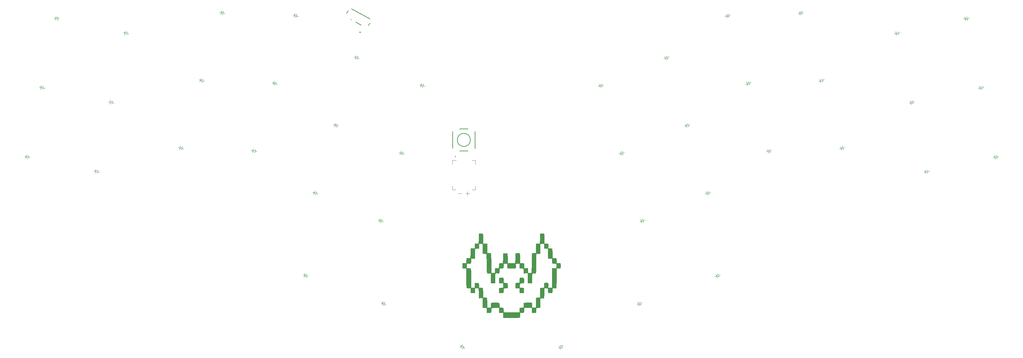
<source format=gbr>
%TF.GenerationSoftware,KiCad,Pcbnew,8.0.6*%
%TF.CreationDate,2025-05-18T12:51:04+02:00*%
%TF.ProjectId,main,6d61696e-2e6b-4696-9361-645f70636258,v1.0.0*%
%TF.SameCoordinates,Original*%
%TF.FileFunction,Legend,Top*%
%TF.FilePolarity,Positive*%
%FSLAX46Y46*%
G04 Gerber Fmt 4.6, Leading zero omitted, Abs format (unit mm)*
G04 Created by KiCad (PCBNEW 8.0.6) date 2025-05-18 12:51:04*
%MOMM*%
%LPD*%
G01*
G04 APERTURE LIST*
%ADD10C,0.100000*%
%ADD11C,0.127000*%
%ADD12C,0.200000*%
%ADD13C,0.120000*%
%ADD14C,0.000000*%
G04 APERTURE END LIST*
D10*
%TO.C,D16*%
X154478854Y-142495483D02*
X154861376Y-142612432D01*
X154861376Y-142612432D02*
X154700572Y-143138400D01*
X154861376Y-142612432D02*
X155022181Y-142086464D01*
X154861376Y-142612432D02*
X155552108Y-142405333D01*
X155318211Y-143170377D02*
X154861376Y-142612432D01*
X155435159Y-142787855D02*
X155913312Y-142934041D01*
X155552108Y-142405333D02*
X155318211Y-143170377D01*
%TO.C,D2*%
X63545321Y-106789540D02*
X63936580Y-106872705D01*
X63936580Y-106872705D02*
X63822229Y-107410686D01*
X63936580Y-106872705D02*
X64050932Y-106334724D01*
X63936580Y-106872705D02*
X64606634Y-106606193D01*
X64440304Y-107388711D02*
X63936580Y-106872705D01*
X64523469Y-106997452D02*
X65012543Y-107101408D01*
X64606634Y-106606193D02*
X64440304Y-107388711D01*
%TO.C,D33*%
X247581919Y-87833898D02*
X247964441Y-87716949D01*
X247964441Y-87716949D02*
X247803637Y-87190981D01*
X247964441Y-87716949D02*
X248125246Y-88242917D01*
X247964441Y-87716949D02*
X248421276Y-87159004D01*
X248421276Y-87159004D02*
X248655173Y-87924048D01*
X248538224Y-87541526D02*
X249016377Y-87395340D01*
X248655173Y-87924048D02*
X247964441Y-87716949D01*
%TO.C,D42*%
X202920455Y-177049402D02*
X203239910Y-176808676D01*
X203239910Y-176808676D02*
X202908911Y-176369427D01*
X203239910Y-176808676D02*
X203478365Y-176128133D01*
X203239910Y-176808676D02*
X203570908Y-177247926D01*
X203478365Y-176128133D02*
X203959817Y-176767041D01*
X203719091Y-176447587D02*
X204118409Y-176146680D01*
X203959817Y-176767041D02*
X203239910Y-176808676D01*
D11*
%TO.C,REF\u002A\u002A*%
X174505000Y-123200000D02*
X174505000Y-118700000D01*
X176350000Y-118000000D02*
X178650000Y-118000000D01*
X176350000Y-123995000D02*
X178650000Y-123995000D01*
X180495000Y-118700000D02*
X180495000Y-123300000D01*
D12*
X175350000Y-125445000D02*
G75*
G02*
X175150000Y-125445000I-100000J0D01*
G01*
X175150000Y-125445000D02*
G75*
G02*
X175350000Y-125445000I100000J0D01*
G01*
D11*
X179255000Y-121000000D02*
G75*
G02*
X175745000Y-121000000I-1755000J0D01*
G01*
X175745000Y-121000000D02*
G75*
G02*
X179255000Y-121000000I1755000J0D01*
G01*
X146442323Y-86316318D02*
X146073868Y-86981030D01*
X147315858Y-88721361D02*
X147175920Y-88643793D01*
X147343149Y-85763769D02*
X152293497Y-88507792D01*
X149939717Y-90175792D02*
X148487849Y-89371008D01*
X152302274Y-89564542D02*
X151933819Y-90229254D01*
D12*
X149753056Y-92074929D02*
G75*
G02*
X149553056Y-92074929I-100000J0D01*
G01*
X149553056Y-92074929D02*
G75*
G02*
X149753056Y-92074929I100000J0D01*
G01*
D10*
%TO.C,D1*%
X59594998Y-125374344D02*
X59986257Y-125457509D01*
X59986257Y-125457509D02*
X59871906Y-125995490D01*
X59986257Y-125457509D02*
X60100609Y-124919528D01*
X59986257Y-125457509D02*
X60656311Y-125190997D01*
X60489981Y-125973515D02*
X59986257Y-125457509D01*
X60573146Y-125582256D02*
X61062220Y-125686212D01*
X60656311Y-125190997D02*
X60489981Y-125973515D01*
%TO.C,D21*%
X176486340Y-176146680D02*
X176805795Y-176387406D01*
X176805795Y-176387406D02*
X176474796Y-176826655D01*
X176805795Y-176387406D02*
X177136793Y-175948156D01*
X176805795Y-176387406D02*
X177525702Y-176429041D01*
X177044250Y-177067949D02*
X176805795Y-176387406D01*
X177284976Y-176748495D02*
X177684294Y-177049402D01*
X177525702Y-176429041D02*
X177044250Y-177067949D01*
%TO.C,D38*%
X219136375Y-124764251D02*
X219518897Y-124647302D01*
X219518897Y-124647302D02*
X219358093Y-124121334D01*
X219518897Y-124647302D02*
X219679702Y-125173270D01*
X219518897Y-124647302D02*
X219975732Y-124089357D01*
X219975732Y-124089357D02*
X220209629Y-124854401D01*
X220092680Y-124471879D02*
X220570833Y-124325693D01*
X220209629Y-124854401D02*
X219518897Y-124647302D01*
%TO.C,D8*%
X106401660Y-104791591D02*
X106784182Y-104908540D01*
X106784182Y-104908540D02*
X106623378Y-105434508D01*
X106784182Y-104908540D02*
X106944987Y-104382572D01*
X106784182Y-104908540D02*
X107474914Y-104701441D01*
X107241017Y-105466485D02*
X106784182Y-104908540D01*
X107357965Y-105083963D02*
X107836118Y-105230149D01*
X107474914Y-104701441D02*
X107241017Y-105466485D01*
%TO.C,D27*%
X293057080Y-92466925D02*
X293448339Y-92383760D01*
X293448339Y-92383760D02*
X293333988Y-91845779D01*
X293448339Y-92383760D02*
X293562691Y-92921741D01*
X293448339Y-92383760D02*
X293952063Y-91867754D01*
X293952063Y-91867754D02*
X294118393Y-92650272D01*
X294035228Y-92259013D02*
X294524302Y-92155057D01*
X294118393Y-92650272D02*
X293448339Y-92383760D01*
%TO.C,D13*%
X136893807Y-135027811D02*
X137276329Y-135144760D01*
X137276329Y-135144760D02*
X137115525Y-135670728D01*
X137276329Y-135144760D02*
X137437134Y-134618792D01*
X137276329Y-135144760D02*
X137967061Y-134937661D01*
X137733164Y-135702705D02*
X137276329Y-135144760D01*
X137850112Y-135320183D02*
X138328265Y-135466369D01*
X137967061Y-134937661D02*
X137733164Y-135702705D01*
%TO.C,D30*%
X267213568Y-87060359D02*
X267596090Y-86943410D01*
X267596090Y-86943410D02*
X267435286Y-86417442D01*
X267596090Y-86943410D02*
X267756895Y-87469378D01*
X267596090Y-86943410D02*
X268052925Y-86385465D01*
X268052925Y-86385465D02*
X268286822Y-87150509D01*
X268169873Y-86767987D02*
X268648026Y-86621801D01*
X268286822Y-87150509D02*
X267596090Y-86943410D01*
%TO.C,D31*%
X258692044Y-124173479D02*
X259074566Y-124056530D01*
X259074566Y-124056530D02*
X258913762Y-123530562D01*
X259074566Y-124056530D02*
X259235371Y-124582498D01*
X259074566Y-124056530D02*
X259531401Y-123498585D01*
X259531401Y-123498585D02*
X259765298Y-124263629D01*
X259648349Y-123881107D02*
X260126502Y-123734921D01*
X259765298Y-124263629D02*
X259074566Y-124056530D01*
%TO.C,D26*%
X297007402Y-111051730D02*
X297398661Y-110968565D01*
X297398661Y-110968565D02*
X297284310Y-110430584D01*
X297398661Y-110968565D02*
X297513013Y-111506546D01*
X297398661Y-110968565D02*
X297902385Y-110452559D01*
X297902385Y-110452559D02*
X298068715Y-111235077D01*
X297985550Y-110843818D02*
X298474624Y-110739862D01*
X298068715Y-111235077D02*
X297398661Y-110968565D01*
%TO.C,D20*%
X155250143Y-164694200D02*
X155621017Y-164844043D01*
X155621017Y-164844043D02*
X155414983Y-165353994D01*
X155621017Y-164844043D02*
X155827050Y-164334092D01*
X155621017Y-164844043D02*
X156327170Y-164697933D01*
X156027484Y-165439680D02*
X155621017Y-164844043D01*
X156177327Y-165068807D02*
X156640919Y-165256110D01*
X156327170Y-164697933D02*
X156027484Y-165439680D01*
D13*
%TO.C,JST1*%
X174440000Y-126540000D02*
X174440000Y-127540000D01*
X174440000Y-134360000D02*
X174440000Y-133360000D01*
X175360000Y-134360000D02*
X174440000Y-134360000D01*
X175440000Y-126540000D02*
X174440000Y-126540000D01*
D10*
X176000000Y-135400000D02*
X177000000Y-135400000D01*
X178500000Y-134900000D02*
X178500000Y-135900000D01*
X179000000Y-135400000D02*
X178000000Y-135400000D01*
D13*
X179640000Y-126540000D02*
X180560000Y-126540000D01*
X179640000Y-134360000D02*
X180560000Y-134360000D01*
X180560000Y-126540000D02*
X180560000Y-127540000D01*
X180560000Y-134360000D02*
X180560000Y-133360000D01*
D10*
%TO.C,D29*%
X272768631Y-105230149D02*
X273151153Y-105113200D01*
X273151153Y-105113200D02*
X272990349Y-104587232D01*
X273151153Y-105113200D02*
X273311958Y-105639168D01*
X273151153Y-105113200D02*
X273607988Y-104555255D01*
X273607988Y-104555255D02*
X273841885Y-105320299D01*
X273724936Y-104937777D02*
X274203089Y-104791591D01*
X273841885Y-105320299D02*
X273151153Y-105113200D01*
%TO.C,D4*%
X78179803Y-129324666D02*
X78571062Y-129407831D01*
X78571062Y-129407831D02*
X78456711Y-129945812D01*
X78571062Y-129407831D02*
X78685414Y-128869850D01*
X78571062Y-129407831D02*
X79241116Y-129141319D01*
X79074786Y-129923837D02*
X78571062Y-129407831D01*
X79157951Y-129532578D02*
X79647025Y-129636534D01*
X79241116Y-129141319D02*
X79074786Y-129923837D01*
%TO.C,D7*%
X100846598Y-122961382D02*
X101229120Y-123078331D01*
X101229120Y-123078331D02*
X101068316Y-123604299D01*
X101229120Y-123078331D02*
X101389925Y-122552363D01*
X101229120Y-123078331D02*
X101919852Y-122871232D01*
X101685955Y-123636276D02*
X101229120Y-123078331D01*
X101802903Y-123253754D02*
X102281056Y-123399940D01*
X101919852Y-122871232D02*
X101685955Y-123636276D01*
%TO.C,D28*%
X278323693Y-123399940D02*
X278706215Y-123282991D01*
X278706215Y-123282991D02*
X278545411Y-122757023D01*
X278706215Y-123282991D02*
X278867020Y-123808959D01*
X278706215Y-123282991D02*
X279163050Y-122725046D01*
X279163050Y-122725046D02*
X279396947Y-123490090D01*
X279279998Y-123107568D02*
X279758151Y-122961382D01*
X279396947Y-123490090D02*
X278706215Y-123282991D01*
%TO.C,D25*%
X300957724Y-129636534D02*
X301348983Y-129553369D01*
X301348983Y-129553369D02*
X301234632Y-129015388D01*
X301348983Y-129553369D02*
X301463335Y-130091350D01*
X301348983Y-129553369D02*
X301852707Y-129037363D01*
X301852707Y-129037363D02*
X302019037Y-129819881D01*
X301935872Y-129428622D02*
X302424946Y-129324666D01*
X302019037Y-129819881D02*
X301348983Y-129553369D01*
%TO.C,D17*%
X160033916Y-124325693D02*
X160416438Y-124442642D01*
X160416438Y-124442642D02*
X160255634Y-124968610D01*
X160416438Y-124442642D02*
X160577243Y-123916674D01*
X160416438Y-124442642D02*
X161107170Y-124235543D01*
X160873273Y-125000587D02*
X160416438Y-124442642D01*
X160990221Y-124618065D02*
X161468374Y-124764251D01*
X161107170Y-124235543D02*
X160873273Y-125000587D01*
%TO.C,D40*%
X244883442Y-157674561D02*
X245265964Y-157557612D01*
X245265964Y-157557612D02*
X245105160Y-157031644D01*
X245265964Y-157557612D02*
X245426769Y-158083580D01*
X245265964Y-157557612D02*
X245722799Y-156999667D01*
X245722799Y-156999667D02*
X245956696Y-157764711D01*
X245839747Y-157382189D02*
X246317900Y-157236003D01*
X245956696Y-157764711D02*
X245265964Y-157557612D01*
%TO.C,D11*%
X126033309Y-105565130D02*
X126415831Y-105682079D01*
X126415831Y-105682079D02*
X126255027Y-106208047D01*
X126415831Y-105682079D02*
X126576636Y-105156111D01*
X126415831Y-105682079D02*
X127106563Y-105474980D01*
X126872666Y-106240024D02*
X126415831Y-105682079D01*
X126989614Y-105857502D02*
X127467767Y-106003688D01*
X127106563Y-105474980D02*
X126872666Y-106240024D01*
%TO.C,D41*%
X223963830Y-165256110D02*
X224334704Y-165106267D01*
X224334704Y-165106267D02*
X224128670Y-164596316D01*
X224334704Y-165106267D02*
X224540737Y-165616218D01*
X224334704Y-165106267D02*
X224741171Y-164510630D01*
X224741171Y-164510630D02*
X225040857Y-165252377D01*
X224891014Y-164881503D02*
X225354606Y-164694200D01*
X225040857Y-165252377D02*
X224334704Y-165106267D01*
%TO.C,D23*%
X315592206Y-107101408D02*
X315983465Y-107018243D01*
X315983465Y-107018243D02*
X315869114Y-106480262D01*
X315983465Y-107018243D02*
X316097817Y-107556224D01*
X315983465Y-107018243D02*
X316487189Y-106502237D01*
X316487189Y-106502237D02*
X316653519Y-107284755D01*
X316570354Y-106893496D02*
X317059428Y-106789540D01*
X316653519Y-107284755D02*
X315983465Y-107018243D01*
%TO.C,D18*%
X165588978Y-106155903D02*
X165971500Y-106272852D01*
X165971500Y-106272852D02*
X165810696Y-106798820D01*
X165971500Y-106272852D02*
X166132305Y-105746884D01*
X165971500Y-106272852D02*
X166662232Y-106065753D01*
X166428335Y-106830797D02*
X165971500Y-106272852D01*
X166545283Y-106448275D02*
X167023436Y-106594461D01*
X166662232Y-106065753D02*
X166428335Y-106830797D01*
%TO.C,D39*%
X213581312Y-106594461D02*
X213963834Y-106477512D01*
X213963834Y-106477512D02*
X213803030Y-105951544D01*
X213963834Y-106477512D02*
X214124639Y-107003480D01*
X213963834Y-106477512D02*
X214420669Y-105919567D01*
X214420669Y-105919567D02*
X214654566Y-106684611D01*
X214537617Y-106302089D02*
X215015770Y-106155903D01*
X214654566Y-106684611D02*
X213963834Y-106477512D01*
%TO.C,D24*%
X311641884Y-88516603D02*
X312033143Y-88433438D01*
X312033143Y-88433438D02*
X311918792Y-87895457D01*
X312033143Y-88433438D02*
X312147495Y-88971419D01*
X312033143Y-88433438D02*
X312536867Y-87917432D01*
X312536867Y-87917432D02*
X312703197Y-88699950D01*
X312620032Y-88308691D02*
X313109106Y-88204735D01*
X312703197Y-88699950D02*
X312033143Y-88433438D01*
%TO.C,D15*%
X148003931Y-98688231D02*
X148386453Y-98805180D01*
X148386453Y-98805180D02*
X148225649Y-99331148D01*
X148386453Y-98805180D02*
X148547258Y-98279212D01*
X148386453Y-98805180D02*
X149077185Y-98598081D01*
X148843288Y-99363125D02*
X148386453Y-98805180D01*
X148960236Y-98980603D02*
X149438389Y-99126789D01*
X149077185Y-98598081D02*
X148843288Y-99363125D01*
%TO.C,D19*%
X134286848Y-157236003D02*
X134669370Y-157352952D01*
X134669370Y-157352952D02*
X134508566Y-157878920D01*
X134669370Y-157352952D02*
X134830175Y-156826984D01*
X134669370Y-157352952D02*
X135360102Y-157145853D01*
X135126205Y-157910897D02*
X134669370Y-157352952D01*
X135243153Y-157528375D02*
X135721306Y-157674561D01*
X135360102Y-157145853D02*
X135126205Y-157910897D01*
%TO.C,D37*%
X224691437Y-142934041D02*
X225073959Y-142817092D01*
X225073959Y-142817092D02*
X224913155Y-142291124D01*
X225073959Y-142817092D02*
X225234764Y-143343060D01*
X225073959Y-142817092D02*
X225530794Y-142259147D01*
X225530794Y-142259147D02*
X225764691Y-143024191D01*
X225647742Y-142641669D02*
X226125895Y-142495483D01*
X225764691Y-143024191D02*
X225073959Y-142817092D01*
D14*
%TO.C,G\u002A\u002A\u002A*%
G36*
X188025687Y-158039033D02*
G01*
X188135895Y-158122248D01*
X188193222Y-158295171D01*
X188220509Y-158586897D01*
X188234540Y-158890580D01*
X188256333Y-159392160D01*
X188764333Y-159398580D01*
X189272333Y-159405000D01*
X189296884Y-160101037D01*
X189306639Y-160460765D01*
X189284128Y-160686021D01*
X189198082Y-160811093D01*
X189017230Y-160870268D01*
X188710302Y-160897835D01*
X188562141Y-160906672D01*
X188190616Y-160929000D01*
X188181141Y-161521667D01*
X188171667Y-162114333D01*
X187554348Y-162139279D01*
X186937029Y-162164226D01*
X186961681Y-161461946D01*
X186986333Y-160759667D01*
X187515500Y-160734460D01*
X188044667Y-160709253D01*
X188044667Y-160120626D01*
X188044667Y-159532000D01*
X187491037Y-159532000D01*
X186937407Y-159532000D01*
X186961870Y-158791167D01*
X186986333Y-158050333D01*
X187555264Y-158025357D01*
X187839756Y-158016433D01*
X188025687Y-158039033D01*
G37*
G36*
X193352714Y-158022183D02*
G01*
X193552990Y-158084589D01*
X193662426Y-158225004D01*
X193703925Y-158473212D01*
X193700393Y-158858999D01*
X193700034Y-158868002D01*
X193675000Y-159489667D01*
X193128499Y-159532000D01*
X192581999Y-159574333D01*
X192576348Y-160142406D01*
X192570698Y-160710478D01*
X193122849Y-160735072D01*
X193675000Y-160759667D01*
X193675000Y-161437000D01*
X193675000Y-162114333D01*
X193061167Y-162139209D01*
X192447333Y-162164085D01*
X192447333Y-161529416D01*
X192447333Y-160894747D01*
X191918167Y-160869540D01*
X191389000Y-160844333D01*
X191364449Y-160148296D01*
X191354616Y-159806132D01*
X191361064Y-159596389D01*
X191393207Y-159482294D01*
X191460455Y-159427076D01*
X191556513Y-159397891D01*
X191814530Y-159371724D01*
X191999031Y-159386708D01*
X192223660Y-159410196D01*
X192358632Y-159356190D01*
X192425729Y-159196681D01*
X192446732Y-158903659D01*
X192447333Y-158810199D01*
X192453397Y-158437979D01*
X192487161Y-158203348D01*
X192571987Y-158074615D01*
X192731235Y-158020093D01*
X192988264Y-158008092D01*
X193038691Y-158008000D01*
X193352714Y-158022183D01*
G37*
G36*
X182047984Y-146133243D02*
G01*
X182327643Y-146144478D01*
X182541189Y-146169865D01*
X182619484Y-146192973D01*
X182658606Y-146303368D01*
X182687226Y-146574220D01*
X182704771Y-146996943D01*
X182710667Y-147556663D01*
X182710667Y-148864000D01*
X183261000Y-148864000D01*
X183811333Y-148864000D01*
X183811333Y-150129960D01*
X183811333Y-151395920D01*
X184340500Y-151421126D01*
X184869667Y-151446333D01*
X184892035Y-154088958D01*
X184914403Y-156731583D01*
X185378868Y-156726035D01*
X185664310Y-156705859D01*
X185826931Y-156657689D01*
X185853072Y-156623410D01*
X185855566Y-156492033D01*
X185852225Y-156248501D01*
X185845362Y-155997167D01*
X185845937Y-155684888D01*
X185876584Y-155514008D01*
X185941457Y-155458551D01*
X186088703Y-155450782D01*
X186334767Y-155441702D01*
X186478333Y-155437385D01*
X186901667Y-155425667D01*
X186944000Y-154790667D01*
X186986333Y-154155667D01*
X187494333Y-154113333D01*
X188002333Y-154071000D01*
X188044667Y-152758667D01*
X188087000Y-151446333D01*
X188679667Y-151446333D01*
X189272333Y-151446333D01*
X189295663Y-152782501D01*
X189318993Y-154118670D01*
X190311663Y-154094835D01*
X191304333Y-154071000D01*
X191346667Y-152758667D01*
X191389000Y-151446333D01*
X191931624Y-151420777D01*
X192282430Y-151419868D01*
X192485124Y-151459250D01*
X192544160Y-151505444D01*
X192568895Y-151625604D01*
X192589966Y-151882170D01*
X192605662Y-152242225D01*
X192614270Y-152672854D01*
X192615370Y-152874984D01*
X192616667Y-154134302D01*
X193083661Y-154095575D01*
X193391115Y-154085607D01*
X193582343Y-154136488D01*
X193681233Y-154276470D01*
X193711673Y-154533803D01*
X193703550Y-154828675D01*
X193694278Y-155151462D01*
X193730151Y-155341864D01*
X193844678Y-155434807D01*
X194071366Y-155465217D01*
X194316925Y-155468000D01*
X194733333Y-155468000D01*
X194733333Y-156103508D01*
X194733333Y-156739016D01*
X195220167Y-156717341D01*
X195707000Y-156695667D01*
X195749333Y-154071000D01*
X195791667Y-151446333D01*
X196320833Y-151421126D01*
X196850000Y-151395920D01*
X196850000Y-150129960D01*
X196853760Y-149609789D01*
X196866050Y-149240563D01*
X196888384Y-149004039D01*
X196922276Y-148881975D01*
X196955833Y-148854596D01*
X197098125Y-148846864D01*
X197340693Y-148837797D01*
X197485000Y-148833430D01*
X197908333Y-148821667D01*
X197931650Y-147488166D01*
X197945340Y-146992278D01*
X197966515Y-146591126D01*
X197993444Y-146306653D01*
X198024396Y-146160805D01*
X198037483Y-146146200D01*
X198164938Y-146141276D01*
X198396992Y-146138223D01*
X198543333Y-146137733D01*
X198804999Y-146139323D01*
X198997099Y-146143368D01*
X199049183Y-146146200D01*
X199081258Y-146230608D01*
X199109999Y-146462397D01*
X199133678Y-146819623D01*
X199150562Y-147280341D01*
X199155017Y-147488166D01*
X199178333Y-148821667D01*
X199603856Y-148826108D01*
X199924087Y-148840795D01*
X200115504Y-148899208D01*
X200207916Y-149035233D01*
X200231130Y-149282757D01*
X200222723Y-149529628D01*
X200194333Y-150091667D01*
X200744667Y-150134000D01*
X201295000Y-150176333D01*
X201337333Y-151446333D01*
X201379667Y-152716333D01*
X201803000Y-152718991D01*
X202070575Y-152733051D01*
X202274137Y-152765801D01*
X202332167Y-152787488D01*
X202396083Y-152918472D01*
X202431137Y-153210075D01*
X202438000Y-153493814D01*
X202438000Y-154134302D01*
X202904994Y-154095575D01*
X203251463Y-154090194D01*
X203440694Y-154144404D01*
X203459194Y-154161926D01*
X203498714Y-154293819D01*
X203521285Y-154543001D01*
X203522496Y-154857891D01*
X203521367Y-154888668D01*
X203496333Y-155510333D01*
X202988333Y-155512035D01*
X202480333Y-155513736D01*
X202438000Y-158179035D01*
X202395667Y-160844333D01*
X201870129Y-160869446D01*
X201344592Y-160894558D01*
X201319796Y-161504446D01*
X201295000Y-162114333D01*
X200730383Y-162139211D01*
X200409623Y-162145031D01*
X200214729Y-162106749D01*
X200117289Y-161992727D01*
X200088889Y-161771326D01*
X200099756Y-161437000D01*
X200107117Y-161174686D01*
X200101310Y-160980822D01*
X200092974Y-160927443D01*
X199999581Y-160881491D01*
X199791048Y-160856750D01*
X199621300Y-160855833D01*
X199178333Y-160870446D01*
X199136000Y-162212056D01*
X199093667Y-163553667D01*
X198585667Y-163553667D01*
X198077667Y-163553667D01*
X198073533Y-164823667D01*
X198069399Y-166093667D01*
X197523199Y-166136000D01*
X196977000Y-166178333D01*
X196977000Y-166728667D01*
X196966980Y-167029836D01*
X196940858Y-167269152D01*
X196908503Y-167384833D01*
X196778447Y-167449467D01*
X196505104Y-167485017D01*
X196294670Y-167490667D01*
X195749333Y-167490667D01*
X195749333Y-166813333D01*
X195749333Y-166136000D01*
X194733333Y-166136000D01*
X193717333Y-166136000D01*
X193717333Y-166711733D01*
X193702481Y-167040592D01*
X193662532Y-167284540D01*
X193615733Y-167389066D01*
X193477771Y-167446849D01*
X193235823Y-167483653D01*
X193065400Y-167490667D01*
X192616667Y-167490667D01*
X192616667Y-168034075D01*
X192619882Y-168276637D01*
X192617087Y-168465630D01*
X192589625Y-168607691D01*
X192518834Y-168709457D01*
X192386055Y-168777563D01*
X192172630Y-168818648D01*
X191859899Y-168839346D01*
X191429202Y-168846295D01*
X190861880Y-168846132D01*
X190335719Y-168845333D01*
X189744688Y-168843224D01*
X189210217Y-168837285D01*
X188755432Y-168828102D01*
X188403458Y-168816257D01*
X188177423Y-168802335D01*
X188101111Y-168788889D01*
X188073528Y-168682117D01*
X188053421Y-168453305D01*
X188044752Y-168149710D01*
X188044667Y-168115595D01*
X188044667Y-167498747D01*
X187515500Y-167473540D01*
X186986333Y-167448333D01*
X186961557Y-166789511D01*
X186936781Y-166130688D01*
X185945557Y-166154511D01*
X184954333Y-166178333D01*
X184912000Y-166813333D01*
X184869667Y-167448333D01*
X184277000Y-167448333D01*
X183684333Y-167448333D01*
X183680432Y-166813333D01*
X183676531Y-166178333D01*
X183108932Y-166153298D01*
X182541333Y-166128263D01*
X182541333Y-164824462D01*
X182541333Y-163520661D01*
X182054500Y-163537164D01*
X181567667Y-163553667D01*
X181525333Y-162201590D01*
X181483000Y-160849513D01*
X181017333Y-160857963D01*
X180551667Y-160866413D01*
X180526870Y-161515325D01*
X180502074Y-162164238D01*
X179934204Y-162139286D01*
X179366333Y-162114333D01*
X179341457Y-161500500D01*
X179316581Y-160886667D01*
X178822658Y-160886667D01*
X178507498Y-160867768D01*
X178295225Y-160816334D01*
X178239194Y-160778778D01*
X178209834Y-160654729D01*
X178187561Y-160362565D01*
X178172404Y-159903357D01*
X178164393Y-159278176D01*
X178163558Y-158488093D01*
X178165327Y-158111756D01*
X178167489Y-157304472D01*
X178163309Y-156642667D01*
X178152923Y-156131446D01*
X178136469Y-155775916D01*
X178114084Y-155581182D01*
X178096333Y-155543241D01*
X177967541Y-155535573D01*
X177734561Y-155526565D01*
X177588333Y-155522096D01*
X177165000Y-155510333D01*
X177140476Y-154815960D01*
X177121641Y-154282667D01*
X178325941Y-154282667D01*
X178339118Y-154854167D01*
X178352295Y-155425667D01*
X178786738Y-155434292D01*
X178983304Y-155434895D01*
X179139655Y-155439616D01*
X179260331Y-155465818D01*
X179349872Y-155530866D01*
X179412817Y-155652125D01*
X179453706Y-155846957D01*
X179477080Y-156132726D01*
X179487476Y-156526798D01*
X179489436Y-157046536D01*
X179487499Y-157709303D01*
X179486468Y-158110721D01*
X179481976Y-160675000D01*
X179949686Y-160700283D01*
X180417395Y-160725567D01*
X180442198Y-160065283D01*
X180467000Y-159405000D01*
X181017333Y-159405000D01*
X181567667Y-159405000D01*
X181592324Y-160057217D01*
X181616981Y-160709434D01*
X182142657Y-160734550D01*
X182668333Y-160759667D01*
X182691684Y-162046850D01*
X182715034Y-163334033D01*
X183242017Y-163359183D01*
X183769000Y-163384333D01*
X183792316Y-164717833D01*
X183815633Y-166051333D01*
X184279150Y-166051333D01*
X184742667Y-166051333D01*
X184742667Y-165469033D01*
X184760989Y-165080028D01*
X184816837Y-164848814D01*
X184860405Y-164789020D01*
X185013684Y-164741373D01*
X185332914Y-164715558D01*
X185818942Y-164711523D01*
X186024571Y-164715153D01*
X187071000Y-164739000D01*
X187095657Y-165391217D01*
X187120314Y-166043434D01*
X187645990Y-166068550D01*
X188171667Y-166093667D01*
X188196542Y-166707500D01*
X188221418Y-167321333D01*
X190330667Y-167321333D01*
X192439915Y-167321333D01*
X192464791Y-166707500D01*
X192489667Y-166093667D01*
X193015343Y-166068550D01*
X193541019Y-166043434D01*
X193565676Y-165391217D01*
X193590333Y-164739000D01*
X194712167Y-164715376D01*
X195191515Y-164709148D01*
X195523022Y-164715117D01*
X195727846Y-164734864D01*
X195827147Y-164769972D01*
X195844989Y-164800042D01*
X195852188Y-164936897D01*
X195860047Y-165186176D01*
X195866156Y-165458667D01*
X195876333Y-166009000D01*
X196360995Y-166034327D01*
X196845658Y-166059654D01*
X196868995Y-164721994D01*
X196892333Y-163384333D01*
X197419316Y-163359183D01*
X197946299Y-163334033D01*
X197969649Y-162046850D01*
X197993000Y-160759667D01*
X198518676Y-160734550D01*
X199044352Y-160709434D01*
X199069009Y-160057217D01*
X199093667Y-159405000D01*
X199558310Y-159390184D01*
X199891751Y-159395259D01*
X200096366Y-159456649D01*
X200199749Y-159604665D01*
X200229497Y-159869614D01*
X200222383Y-160119579D01*
X200194333Y-160675000D01*
X200681167Y-160700392D01*
X201168000Y-160725784D01*
X201168000Y-158100760D01*
X201168000Y-155475737D01*
X201739500Y-155450702D01*
X202311000Y-155425667D01*
X202336080Y-154854167D01*
X202361160Y-154282667D01*
X201866180Y-154282667D01*
X201580355Y-154266195D01*
X201358034Y-154223650D01*
X201269600Y-154181067D01*
X201214187Y-154041493D01*
X201178187Y-153779116D01*
X201168000Y-153503733D01*
X201168000Y-152928000D01*
X200669178Y-152928000D01*
X200388699Y-152922609D01*
X200232274Y-152893841D01*
X200154687Y-152822806D01*
X200111859Y-152695167D01*
X200090019Y-152519828D01*
X200074714Y-152218704D01*
X200067431Y-151835266D01*
X200069109Y-151446333D01*
X200074561Y-151040135D01*
X200077683Y-150690550D01*
X200078240Y-150435474D01*
X200076095Y-150314016D01*
X200027774Y-150247493D01*
X199875323Y-150223692D01*
X199598071Y-150236613D01*
X199298239Y-150244362D01*
X199111647Y-150212799D01*
X199072359Y-150184190D01*
X199046930Y-150057816D01*
X199035150Y-149815683D01*
X199039265Y-149520759D01*
X199062622Y-148948667D01*
X198551248Y-148948667D01*
X198039874Y-148948667D01*
X198063811Y-150155167D01*
X198067662Y-150600558D01*
X198061772Y-150993369D01*
X198047351Y-151298542D01*
X198025608Y-151481022D01*
X198017095Y-151508212D01*
X197944201Y-151593205D01*
X197804671Y-151626780D01*
X197552724Y-151618057D01*
X197492444Y-151612750D01*
X197214062Y-151597841D01*
X197060302Y-151623734D01*
X196989757Y-151697956D01*
X196987070Y-151704622D01*
X196974164Y-151821001D01*
X196962931Y-152084134D01*
X196953755Y-152471446D01*
X196947024Y-152960363D01*
X196943121Y-153528311D01*
X196942433Y-154152714D01*
X196942764Y-154299734D01*
X196944787Y-155038538D01*
X196943734Y-155624959D01*
X196935994Y-156075951D01*
X196917954Y-156408463D01*
X196886002Y-156639446D01*
X196836526Y-156785853D01*
X196765914Y-156864633D01*
X196670554Y-156892737D01*
X196546834Y-156887118D01*
X196396037Y-156865439D01*
X196194405Y-156843894D01*
X196047773Y-156861675D01*
X195947410Y-156940643D01*
X195884583Y-157102654D01*
X195850561Y-157369566D01*
X195836612Y-157763239D01*
X195834000Y-158272367D01*
X195834000Y-159532000D01*
X195241333Y-159532000D01*
X194648667Y-159532000D01*
X194648667Y-158179968D01*
X194648667Y-156827937D01*
X194119500Y-156846468D01*
X193590333Y-156865000D01*
X193548000Y-156196081D01*
X193505667Y-155527161D01*
X192997667Y-155518747D01*
X192489667Y-155510333D01*
X192464708Y-154892388D01*
X192439749Y-154274442D01*
X191956708Y-154299721D01*
X191473667Y-154325000D01*
X191494657Y-154870445D01*
X191490365Y-155239765D01*
X191442758Y-155445459D01*
X191409990Y-155482982D01*
X191284629Y-155510177D01*
X191032857Y-155530699D01*
X190697482Y-155544181D01*
X190321310Y-155550256D01*
X189947145Y-155548556D01*
X189617795Y-155538713D01*
X189376066Y-155520361D01*
X189279258Y-155501275D01*
X189205825Y-155434477D01*
X189163989Y-155281706D01*
X189146839Y-155009021D01*
X189145333Y-154843500D01*
X189145333Y-154237118D01*
X188700833Y-154251644D01*
X188256333Y-154266171D01*
X188230869Y-154843578D01*
X188203287Y-155155525D01*
X188156321Y-155386760D01*
X188103869Y-155488477D01*
X187958498Y-155529677D01*
X187725629Y-155547078D01*
X187663667Y-155546466D01*
X187420055Y-155542200D01*
X187242815Y-155543591D01*
X187219167Y-155544815D01*
X187156427Y-155617450D01*
X187122056Y-155832831D01*
X187113333Y-156134966D01*
X187097984Y-156509406D01*
X187038444Y-156741287D01*
X186914469Y-156855682D01*
X186705818Y-156877662D01*
X186530588Y-156856766D01*
X186316092Y-156830294D01*
X186159585Y-156844030D01*
X186051957Y-156919436D01*
X185984095Y-157077975D01*
X185946889Y-157341110D01*
X185931228Y-157730303D01*
X185928000Y-158267017D01*
X185928000Y-158276235D01*
X185928000Y-159539737D01*
X185356500Y-159514702D01*
X184785000Y-159489667D01*
X184769428Y-158177333D01*
X184753856Y-156865000D01*
X184290727Y-156883475D01*
X183958438Y-156873631D01*
X183762555Y-156815070D01*
X183736081Y-156791677D01*
X183705241Y-156667932D01*
X183678696Y-156378399D01*
X183656595Y-155926572D01*
X183639090Y-155315945D01*
X183626331Y-154550012D01*
X183622115Y-154148535D01*
X183599667Y-151615667D01*
X183176333Y-151609220D01*
X182908706Y-151602654D01*
X182705134Y-151593221D01*
X182647167Y-151588053D01*
X182604318Y-151536934D01*
X182573757Y-151385343D01*
X182554046Y-151115290D01*
X182543753Y-150708785D01*
X182541333Y-150261000D01*
X182541333Y-148948667D01*
X182075667Y-148948667D01*
X181610000Y-148948667D01*
X181610000Y-149579626D01*
X181610000Y-150210586D01*
X181080833Y-150235793D01*
X180551667Y-150261000D01*
X180528350Y-151594500D01*
X180505033Y-152928000D01*
X179999183Y-152928000D01*
X179493333Y-152928000D01*
X179493333Y-153503733D01*
X179478481Y-153832592D01*
X179438532Y-154076540D01*
X179391733Y-154181067D01*
X179255556Y-154237017D01*
X179011942Y-154273918D01*
X178808037Y-154282667D01*
X178325941Y-154282667D01*
X177121641Y-154282667D01*
X177115952Y-154121588D01*
X177648476Y-154096294D01*
X178181000Y-154071000D01*
X178181000Y-153464854D01*
X178190264Y-153156232D01*
X178214636Y-152915051D01*
X178248986Y-152790540D01*
X178251577Y-152787521D01*
X178369430Y-152748474D01*
X178599153Y-152722617D01*
X178801910Y-152716333D01*
X179281667Y-152716333D01*
X179305038Y-151425166D01*
X179328410Y-150134000D01*
X179872977Y-150134000D01*
X180417544Y-150134000D01*
X180442272Y-149479349D01*
X180467000Y-148824699D01*
X180975000Y-148823183D01*
X181483000Y-148821667D01*
X181525333Y-147475766D01*
X181567667Y-146129866D01*
X182047984Y-146133243D01*
G37*
D10*
%TO.C,D6*%
X86080447Y-92155057D02*
X86471706Y-92238222D01*
X86471706Y-92238222D02*
X86357355Y-92776203D01*
X86471706Y-92238222D02*
X86586058Y-91700241D01*
X86471706Y-92238222D02*
X87141760Y-91971710D01*
X86975430Y-92754228D02*
X86471706Y-92238222D01*
X87058595Y-92362969D02*
X87547669Y-92466925D01*
X87141760Y-91971710D02*
X86975430Y-92754228D01*
%TO.C,D9*%
X111956722Y-86621801D02*
X112339244Y-86738750D01*
X112339244Y-86738750D02*
X112178440Y-87264718D01*
X112339244Y-86738750D02*
X112500049Y-86212782D01*
X112339244Y-86738750D02*
X113029976Y-86531651D01*
X112796079Y-87296695D02*
X112339244Y-86738750D01*
X112913027Y-86914173D02*
X113391180Y-87060359D01*
X113029976Y-86531651D02*
X112796079Y-87296695D01*
%TO.C,D34*%
X242276484Y-135466369D02*
X242659006Y-135349420D01*
X242659006Y-135349420D02*
X242498202Y-134823452D01*
X242659006Y-135349420D02*
X242819811Y-135875388D01*
X242659006Y-135349420D02*
X243115841Y-134791475D01*
X243115841Y-134791475D02*
X243349738Y-135556519D01*
X243232789Y-135173997D02*
X243710942Y-135027811D01*
X243349738Y-135556519D02*
X242659006Y-135349420D01*
%TO.C,D35*%
X236721422Y-117296579D02*
X237103944Y-117179630D01*
X237103944Y-117179630D02*
X236943140Y-116653662D01*
X237103944Y-117179630D02*
X237264749Y-117705598D01*
X237103944Y-117179630D02*
X237560779Y-116621685D01*
X237560779Y-116621685D02*
X237794676Y-117386729D01*
X237677727Y-117004207D02*
X238155880Y-116858021D01*
X237794676Y-117386729D02*
X237103944Y-117179630D01*
%TO.C,D36*%
X231166359Y-99126789D02*
X231548881Y-99009840D01*
X231548881Y-99009840D02*
X231388077Y-98483872D01*
X231548881Y-99009840D02*
X231709686Y-99535808D01*
X231548881Y-99009840D02*
X232005716Y-98451895D01*
X232005716Y-98451895D02*
X232239613Y-99216939D01*
X232122664Y-98834417D02*
X232600817Y-98688231D01*
X232239613Y-99216939D02*
X231548881Y-99009840D01*
%TO.C,D22*%
X319542528Y-125686212D02*
X319933787Y-125603047D01*
X319933787Y-125603047D02*
X319819436Y-125065066D01*
X319933787Y-125603047D02*
X320048139Y-126141028D01*
X319933787Y-125603047D02*
X320437511Y-125087041D01*
X320437511Y-125087041D02*
X320603841Y-125869559D01*
X320520676Y-125478300D02*
X321009750Y-125374344D01*
X320603841Y-125869559D02*
X319933787Y-125603047D01*
%TO.C,D12*%
X131588371Y-87395340D02*
X131970893Y-87512289D01*
X131970893Y-87512289D02*
X131810089Y-88038257D01*
X131970893Y-87512289D02*
X132131698Y-86986321D01*
X131970893Y-87512289D02*
X132661625Y-87305190D01*
X132427728Y-88070234D02*
X131970893Y-87512289D01*
X132544676Y-87687712D02*
X133022829Y-87833898D01*
X132661625Y-87305190D02*
X132427728Y-88070234D01*
%TO.C,D32*%
X253136982Y-106003688D02*
X253519504Y-105886739D01*
X253519504Y-105886739D02*
X253358700Y-105360771D01*
X253519504Y-105886739D02*
X253680309Y-106412707D01*
X253519504Y-105886739D02*
X253976339Y-105328794D01*
X253976339Y-105328794D02*
X254210236Y-106093838D01*
X254093287Y-105711316D02*
X254571440Y-105565130D01*
X254210236Y-106093838D02*
X253519504Y-105886739D01*
%TO.C,D14*%
X142448869Y-116858021D02*
X142831391Y-116974970D01*
X142831391Y-116974970D02*
X142670587Y-117500938D01*
X142831391Y-116974970D02*
X142992196Y-116449002D01*
X142831391Y-116974970D02*
X143522123Y-116767871D01*
X143288226Y-117532915D02*
X142831391Y-116974970D01*
X143405174Y-117150393D02*
X143883327Y-117296579D01*
X143522123Y-116767871D02*
X143288226Y-117532915D01*
%TO.C,D10*%
X120478246Y-123734921D02*
X120860768Y-123851870D01*
X120860768Y-123851870D02*
X120699964Y-124377838D01*
X120860768Y-123851870D02*
X121021573Y-123325902D01*
X120860768Y-123851870D02*
X121551500Y-123644771D01*
X121317603Y-124409815D02*
X120860768Y-123851870D01*
X121434551Y-124027293D02*
X121912704Y-124173479D01*
X121551500Y-123644771D02*
X121317603Y-124409815D01*
%TO.C,D5*%
X82130125Y-110739862D02*
X82521384Y-110823027D01*
X82521384Y-110823027D02*
X82407033Y-111361008D01*
X82521384Y-110823027D02*
X82635736Y-110285046D01*
X82521384Y-110823027D02*
X83191438Y-110556515D01*
X83025108Y-111339033D02*
X82521384Y-110823027D01*
X83108273Y-110947774D02*
X83597347Y-111051730D01*
X83191438Y-110556515D02*
X83025108Y-111339033D01*
%TO.C,D3*%
X67495643Y-88204735D02*
X67886902Y-88287900D01*
X67886902Y-88287900D02*
X67772551Y-88825881D01*
X67886902Y-88287900D02*
X68001254Y-87749919D01*
X67886902Y-88287900D02*
X68556956Y-88021388D01*
X68390626Y-88803906D02*
X67886902Y-88287900D01*
X68473791Y-88412647D02*
X68962865Y-88516603D01*
X68556956Y-88021388D02*
X68390626Y-88803906D01*
%TD*%
M02*

</source>
